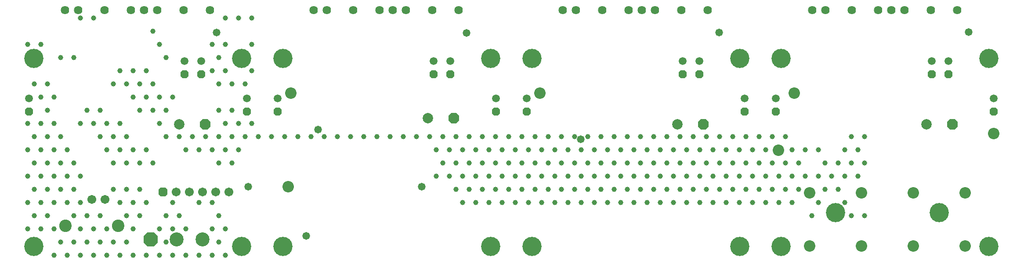
<source format=gbr>
%TF.GenerationSoftware,Altium Limited,Altium Designer,21.6.4 (81)*%
G04 Layer_Color=16711935*
%FSLAX45Y45*%
%MOMM*%
%TF.SameCoordinates,E19561C2-E2DB-472D-B720-4EF24A879867*%
%TF.FilePolarity,Negative*%
%TF.FileFunction,Soldermask,Bot*%
%TF.Part,Single*%
G01*
G75*
%TA.AperFunction,ComponentPad*%
%ADD36C,1.62560*%
%ADD37C,2.20320*%
G04:AMPARAMS|DCode=38|XSize=2.0032mm|YSize=2.0032mm|CornerRadius=0mm|HoleSize=0mm|Usage=FLASHONLY|Rotation=180.000|XOffset=0mm|YOffset=0mm|HoleType=Round|Shape=Octagon|*
%AMOCTAGOND38*
4,1,8,-1.00160,0.50080,-1.00160,-0.50080,-0.50080,-1.00160,0.50080,-1.00160,1.00160,-0.50080,1.00160,0.50080,0.50080,1.00160,-0.50080,1.00160,-1.00160,0.50080,0.0*
%
%ADD38OCTAGOND38*%

%ADD39C,2.00320*%
%ADD40C,1.70320*%
G04:AMPARAMS|DCode=41|XSize=1.7032mm|YSize=1.7032mm|CornerRadius=0mm|HoleSize=0mm|Usage=FLASHONLY|Rotation=180.000|XOffset=0mm|YOffset=0mm|HoleType=Round|Shape=Octagon|*
%AMOCTAGOND41*
4,1,8,-0.85160,0.42580,-0.85160,-0.42580,-0.42580,-0.85160,0.42580,-0.85160,0.85160,-0.42580,0.85160,0.42580,0.42580,0.85160,-0.42580,0.85160,-0.85160,0.42580,0.0*
%
%ADD41OCTAGOND41*%

%ADD42C,2.40320*%
G04:AMPARAMS|DCode=43|XSize=1.5032mm|YSize=1.5032mm|CornerRadius=0mm|HoleSize=0mm|Usage=FLASHONLY|Rotation=270.000|XOffset=0mm|YOffset=0mm|HoleType=Round|Shape=Octagon|*
%AMOCTAGOND43*
4,1,8,-0.37580,-0.75160,0.37580,-0.75160,0.75160,-0.37580,0.75160,0.37580,0.37580,0.75160,-0.37580,0.75160,-0.75160,0.37580,-0.75160,-0.37580,-0.37580,-0.75160,0.0*
%
%ADD43OCTAGOND43*%

%ADD44C,1.50320*%
%ADD45C,3.70320*%
%TA.AperFunction,ViaPad*%
%ADD46C,3.70320*%
%TA.AperFunction,ComponentPad*%
G04:AMPARAMS|DCode=47|XSize=2.7032mm|YSize=2.7032mm|CornerRadius=0mm|HoleSize=0mm|Usage=FLASHONLY|Rotation=0.000|XOffset=0mm|YOffset=0mm|HoleType=Round|Shape=Octagon|*
%AMOCTAGOND47*
4,1,8,1.35160,-0.67580,1.35160,0.67580,0.67580,1.35160,-0.67580,1.35160,-1.35160,0.67580,-1.35160,-0.67580,-0.67580,-1.35160,0.67580,-1.35160,1.35160,-0.67580,0.0*
%
%ADD47OCTAGOND47*%

%ADD48C,2.70320*%
%TA.AperFunction,ViaPad*%
%ADD49C,1.00320*%
%ADD50C,1.47320*%
D36*
X18140680Y-398780D02*
D03*
X17632680D02*
D03*
X17124680D02*
D03*
X16870680D02*
D03*
X16616679D02*
D03*
X16108681D02*
D03*
X15600681D02*
D03*
X15346680D02*
D03*
X13335001D02*
D03*
X12827000D02*
D03*
X12319000D02*
D03*
X12065000D02*
D03*
X11811000D02*
D03*
X11303000D02*
D03*
X10795000D02*
D03*
X10541000D02*
D03*
X3738880D02*
D03*
X3230880D02*
D03*
X2722880D02*
D03*
X2468880D02*
D03*
X2214880D02*
D03*
X1706880D02*
D03*
X1198880D02*
D03*
X944880D02*
D03*
X5737860D02*
D03*
X5991860D02*
D03*
X6499860D02*
D03*
X7007860D02*
D03*
X7261860D02*
D03*
X7515860D02*
D03*
X8023860D02*
D03*
X8531860D02*
D03*
D37*
X14700000Y-3100000D02*
D03*
X15000000Y-2000000D02*
D03*
X18850000Y-2775000D02*
D03*
X10100000Y-2000000D02*
D03*
X5300000D02*
D03*
X18300000Y-3920000D02*
D03*
X17300000D02*
D03*
X18300000Y-4940000D02*
D03*
X17300000D02*
D03*
X16300000Y-3920000D02*
D03*
X15300000D02*
D03*
X16300000Y-4940000D02*
D03*
X15300000D02*
D03*
X5250000Y-3800000D02*
D03*
D38*
X13250000Y-2600000D02*
D03*
X18050000D02*
D03*
X8438960Y-2476500D02*
D03*
X3650000Y-2600000D02*
D03*
D39*
X12750000D02*
D03*
X17550000D02*
D03*
X7938960Y-2476500D02*
D03*
X3150000Y-2600000D02*
D03*
D40*
X4102100Y-3903980D02*
D03*
X3848100D02*
D03*
X3594100D02*
D03*
X3340100D02*
D03*
X3086100D02*
D03*
X1467000Y-4042000D02*
D03*
X1721000D02*
D03*
D41*
X2832100Y-3903980D02*
D03*
D42*
X959000Y-4550000D02*
D03*
X1975000D02*
D03*
D43*
X14650000Y-2354000D02*
D03*
X17650000Y-1629000D02*
D03*
X17975000D02*
D03*
X18850000Y-2354000D02*
D03*
X9850000Y-2354000D02*
D03*
X12850000Y-1629000D02*
D03*
X13175000D02*
D03*
X14050000Y-2354000D02*
D03*
X5050000D02*
D03*
X8050000Y-1629000D02*
D03*
X8375000D02*
D03*
X9250000Y-2354000D02*
D03*
X3250000Y-1629000D02*
D03*
X3575000Y-1629000D02*
D03*
X4450000Y-2354000D02*
D03*
X250000D02*
D03*
D44*
X14650000Y-2100000D02*
D03*
X17650000Y-1375000D02*
D03*
X17975000D02*
D03*
X18850000Y-2100000D02*
D03*
X9850000Y-2100000D02*
D03*
X12850000Y-1375000D02*
D03*
X13175000D02*
D03*
X14050000Y-2100000D02*
D03*
X5050000D02*
D03*
X8050000Y-1375000D02*
D03*
X8375000D02*
D03*
X9250000Y-2100000D02*
D03*
X3250000Y-1375000D02*
D03*
X3575000Y-1375000D02*
D03*
X4450000Y-2100000D02*
D03*
X250000D02*
D03*
D45*
X17800000Y-4300000D02*
D03*
X15800000D02*
D03*
D46*
X18750000Y-1325000D02*
D03*
X14750000D02*
D03*
X13950000Y-1325000D02*
D03*
X9950000D02*
D03*
X9150000D02*
D03*
X5150000D02*
D03*
X4350000Y-1325000D02*
D03*
X18750000Y-4950000D02*
D03*
X4350000D02*
D03*
X14750000Y-4950000D02*
D03*
X5150000Y-4950000D02*
D03*
X9150000D02*
D03*
X350000D02*
D03*
X13950000D02*
D03*
X9950000D02*
D03*
X350000Y-1325000D02*
D03*
D47*
X2597530Y-4814570D02*
D03*
D48*
X3097530D02*
D03*
X3597530D02*
D03*
D49*
X16361000Y-2832000D02*
D03*
X16234000Y-3086000D02*
D03*
X16361000Y-3340000D02*
D03*
X16234000Y-3594000D02*
D03*
X16361000Y-4356000D02*
D03*
X16107001Y-2832000D02*
D03*
X15980000Y-3086000D02*
D03*
X16107001Y-3340000D02*
D03*
X15980000Y-3594000D02*
D03*
Y-4102000D02*
D03*
X16107001Y-4356000D02*
D03*
X15853000Y-3340000D02*
D03*
X15725999Y-3594000D02*
D03*
X15853000Y-3848000D02*
D03*
X15472000Y-3086000D02*
D03*
X15599001Y-3340000D02*
D03*
X15472000Y-3594000D02*
D03*
X15599001Y-3848000D02*
D03*
X15472000Y-4102000D02*
D03*
X15217999Y-3086000D02*
D03*
Y-3594000D02*
D03*
X15345000Y-4356000D02*
D03*
X14964000Y-3086000D02*
D03*
X15091000Y-3340000D02*
D03*
X14964000Y-3594000D02*
D03*
X15091000Y-3848000D02*
D03*
X14964000Y-4102000D02*
D03*
X14837000Y-2832000D02*
D03*
X14710001Y-3086000D02*
D03*
X14837000Y-3340000D02*
D03*
X14710001Y-3594000D02*
D03*
X14837000Y-3848000D02*
D03*
X14710001Y-4102000D02*
D03*
X14583000Y-2832000D02*
D03*
X14456000Y-3086000D02*
D03*
X14583000Y-3340000D02*
D03*
X14456000Y-3594000D02*
D03*
X14583000Y-3848000D02*
D03*
X14456000Y-4102000D02*
D03*
X14328999Y-2832000D02*
D03*
X14202000Y-3086000D02*
D03*
X14328999Y-3340000D02*
D03*
X14202000Y-3594000D02*
D03*
X14328999Y-3848000D02*
D03*
X14202000Y-4102000D02*
D03*
X14075000Y-2832000D02*
D03*
X13948000Y-3086000D02*
D03*
X14075000Y-3340000D02*
D03*
X13948000Y-3594000D02*
D03*
X14075000Y-3848000D02*
D03*
X13948000Y-4102000D02*
D03*
X13821001Y-2832000D02*
D03*
X13694000Y-3086000D02*
D03*
X13821001Y-3340000D02*
D03*
X13694000Y-3594000D02*
D03*
X13821001Y-3848000D02*
D03*
X13694000Y-4102000D02*
D03*
X13567000Y-2832000D02*
D03*
X13439999Y-3086000D02*
D03*
X13567000Y-3340000D02*
D03*
X13439999Y-3594000D02*
D03*
X13567000Y-3848000D02*
D03*
X13439999Y-4102000D02*
D03*
X13313000Y-2832000D02*
D03*
X13186000Y-3086000D02*
D03*
X13313000Y-3340000D02*
D03*
X13186000Y-3594000D02*
D03*
X13313000Y-3848000D02*
D03*
X13186000Y-4102000D02*
D03*
X13059000Y-2832000D02*
D03*
X12932001Y-3086000D02*
D03*
X13059000Y-3340000D02*
D03*
X12932001Y-3594000D02*
D03*
X13059000Y-3848000D02*
D03*
X12932001Y-4102000D02*
D03*
X12805000Y-2832000D02*
D03*
X12678000Y-3086000D02*
D03*
X12805000Y-3340000D02*
D03*
X12678000Y-3594000D02*
D03*
X12805000Y-3848000D02*
D03*
X12678000Y-4102000D02*
D03*
X12551000Y-2832000D02*
D03*
X12424000Y-3086000D02*
D03*
X12551000Y-3340000D02*
D03*
X12424000Y-3594000D02*
D03*
X12551000Y-3848000D02*
D03*
X12424000Y-4102000D02*
D03*
X12297000Y-2832000D02*
D03*
X12170000Y-3086000D02*
D03*
X12297000Y-3340000D02*
D03*
X12170000Y-3594000D02*
D03*
X12297000Y-3848000D02*
D03*
X12170000Y-4102000D02*
D03*
X12043000Y-2832000D02*
D03*
X11916000Y-3086000D02*
D03*
X12043000Y-3340000D02*
D03*
X11916000Y-3594000D02*
D03*
X12043000Y-3848000D02*
D03*
X11916000Y-4102000D02*
D03*
X11789000Y-2832000D02*
D03*
X11662000Y-3086000D02*
D03*
X11789000Y-3340000D02*
D03*
X11662000Y-3594000D02*
D03*
X11789000Y-3848000D02*
D03*
X11662000Y-4102000D02*
D03*
X11535000Y-2832000D02*
D03*
X11408000Y-3086000D02*
D03*
X11535000Y-3340000D02*
D03*
X11408000Y-3594000D02*
D03*
X11535000Y-3848000D02*
D03*
X11408000Y-4102000D02*
D03*
X11281000Y-2832000D02*
D03*
X11154000Y-3086000D02*
D03*
X11281000Y-3340000D02*
D03*
X11154000Y-3594000D02*
D03*
X11281000Y-3848000D02*
D03*
X11154000Y-4102000D02*
D03*
X11027000Y-2832000D02*
D03*
X10900000Y-3086000D02*
D03*
X11027000Y-3340000D02*
D03*
X10900000Y-3594000D02*
D03*
X11027000Y-3848000D02*
D03*
X10900000Y-4102000D02*
D03*
X10773000Y-2832000D02*
D03*
X10646000Y-3086000D02*
D03*
X10773000Y-3340000D02*
D03*
X10646000Y-3594000D02*
D03*
X10773000Y-3848000D02*
D03*
X10646000Y-4102000D02*
D03*
X10519000Y-2832000D02*
D03*
X10392000Y-3086000D02*
D03*
X10519000Y-3340000D02*
D03*
X10392000Y-3594000D02*
D03*
X10519000Y-3848000D02*
D03*
X10392000Y-4102000D02*
D03*
X10265000Y-2832000D02*
D03*
X10138000Y-3086000D02*
D03*
X10265000Y-3340000D02*
D03*
X10138000Y-3594000D02*
D03*
X10265000Y-3848000D02*
D03*
X10138000Y-4102000D02*
D03*
X10011000Y-2832000D02*
D03*
X9884000Y-3086000D02*
D03*
X10011000Y-3340000D02*
D03*
X9884000Y-3594000D02*
D03*
X10011000Y-3848000D02*
D03*
X9884000Y-4102000D02*
D03*
X9757000Y-2832000D02*
D03*
X9630000Y-3086000D02*
D03*
X9757000Y-3340000D02*
D03*
X9630000Y-3594000D02*
D03*
X9757000Y-3848000D02*
D03*
X9630000Y-4102000D02*
D03*
X9503000Y-2832000D02*
D03*
X9376000Y-3086000D02*
D03*
X9503000Y-3340000D02*
D03*
X9376000Y-3594000D02*
D03*
X9503000Y-3848000D02*
D03*
X9376000Y-4102000D02*
D03*
X9249000Y-2832000D02*
D03*
X9122000Y-3086000D02*
D03*
X9249000Y-3340000D02*
D03*
X9122000Y-3594000D02*
D03*
X9249000Y-3848000D02*
D03*
X9122000Y-4102000D02*
D03*
X8995000Y-2832000D02*
D03*
X8868000Y-3086000D02*
D03*
X8995000Y-3340000D02*
D03*
X8868000Y-3594000D02*
D03*
X8995000Y-3848000D02*
D03*
X8868000Y-4102000D02*
D03*
X8741000Y-2832000D02*
D03*
X8614000Y-3086000D02*
D03*
X8741000Y-3340000D02*
D03*
X8614000Y-3594000D02*
D03*
X8741000Y-3848000D02*
D03*
X8614000Y-4102000D02*
D03*
X8487000Y-2832000D02*
D03*
X8360000Y-3086000D02*
D03*
X8487000Y-3340000D02*
D03*
X8360000Y-3594000D02*
D03*
X8487000Y-3848000D02*
D03*
X8233000Y-2832000D02*
D03*
X8106000Y-3086000D02*
D03*
X8233000Y-3340000D02*
D03*
X8106000Y-3594000D02*
D03*
X7979000Y-2832000D02*
D03*
X7725000D02*
D03*
X7471000D02*
D03*
X7217000D02*
D03*
X6963000D02*
D03*
X6709000D02*
D03*
X6455000D02*
D03*
X6201000D02*
D03*
X5947000D02*
D03*
X5693000D02*
D03*
X5439000D02*
D03*
X5185000D02*
D03*
X4931000D02*
D03*
X4550000Y-546000D02*
D03*
Y-1054000D02*
D03*
Y-1562000D02*
D03*
Y-2578000D02*
D03*
X4677000Y-2832000D02*
D03*
X4296000Y-546000D02*
D03*
X4423000Y-1816000D02*
D03*
X4296000Y-2578000D02*
D03*
X4423000Y-2832000D02*
D03*
X4296000Y-3086000D02*
D03*
X4042000Y-546000D02*
D03*
Y-1054000D02*
D03*
Y-1562000D02*
D03*
X4169000Y-1816000D02*
D03*
Y-2324000D02*
D03*
X4042000Y-2578000D02*
D03*
X4169000Y-2832000D02*
D03*
X4042000Y-3086000D02*
D03*
X4169000Y-3340000D02*
D03*
X4042000Y-4610000D02*
D03*
Y-5118000D02*
D03*
X3788000Y-1054000D02*
D03*
X3915000Y-1308000D02*
D03*
X3788000Y-1562000D02*
D03*
X3915000Y-1816000D02*
D03*
Y-2324000D02*
D03*
Y-2832000D02*
D03*
X3788000Y-3086000D02*
D03*
X3915000Y-3340000D02*
D03*
X3788000Y-4102000D02*
D03*
X3915000Y-4356000D02*
D03*
X3788000Y-4610000D02*
D03*
X3915000Y-4864000D02*
D03*
X3788000Y-5118000D02*
D03*
X3661000Y-2832000D02*
D03*
X3534000Y-3086000D02*
D03*
Y-4102000D02*
D03*
Y-5118000D02*
D03*
X3407000Y-2832000D02*
D03*
X3280000Y-3086000D02*
D03*
Y-4610000D02*
D03*
Y-5118000D02*
D03*
X3026000Y-2070000D02*
D03*
X3153000Y-2832000D02*
D03*
X3026000Y-4102000D02*
D03*
X3153000Y-4356000D02*
D03*
X3026000Y-4610000D02*
D03*
Y-5118000D02*
D03*
X2772000Y-1054000D02*
D03*
X2899000Y-1308000D02*
D03*
X2772000Y-2070000D02*
D03*
X2899000Y-2324000D02*
D03*
X2772000Y-2578000D02*
D03*
X2899000Y-2832000D02*
D03*
Y-4356000D02*
D03*
X2772000Y-4610000D02*
D03*
X2899000Y-4864000D02*
D03*
X2772000Y-5118000D02*
D03*
X2645000Y-800000D02*
D03*
X2518000Y-1562000D02*
D03*
X2645000Y-1816000D02*
D03*
X2518000Y-2070000D02*
D03*
X2645000Y-2324000D02*
D03*
X2518000Y-3086000D02*
D03*
X2645000Y-3340000D02*
D03*
X2518000Y-4102000D02*
D03*
Y-5118000D02*
D03*
X2264000Y-1562000D02*
D03*
X2391000Y-1816000D02*
D03*
X2264000Y-2070000D02*
D03*
X2391000Y-2324000D02*
D03*
X2264000Y-3086000D02*
D03*
X2391000Y-3340000D02*
D03*
Y-3848000D02*
D03*
X2264000Y-4102000D02*
D03*
X2391000Y-4356000D02*
D03*
X2264000Y-4610000D02*
D03*
Y-5118000D02*
D03*
X2010000Y-1562000D02*
D03*
X2137000Y-1816000D02*
D03*
X2010000Y-2578000D02*
D03*
X2137000Y-2832000D02*
D03*
X2010000Y-3086000D02*
D03*
X2137000Y-3340000D02*
D03*
Y-3848000D02*
D03*
X2010000Y-4102000D02*
D03*
X2137000Y-4356000D02*
D03*
Y-4864000D02*
D03*
X2010000Y-5118000D02*
D03*
X1883000Y-1816000D02*
D03*
X1756000Y-2578000D02*
D03*
X1883000Y-2832000D02*
D03*
X1756000Y-3086000D02*
D03*
X1883000Y-3340000D02*
D03*
Y-3848000D02*
D03*
X1756000Y-4610000D02*
D03*
X1883000Y-4864000D02*
D03*
X1756000Y-5118000D02*
D03*
X1502000Y-546000D02*
D03*
X1629000Y-2324000D02*
D03*
X1502000Y-2578000D02*
D03*
X1629000Y-2832000D02*
D03*
Y-4356000D02*
D03*
X1502000Y-4610000D02*
D03*
X1629000Y-4864000D02*
D03*
X1502000Y-5118000D02*
D03*
X1248000Y-546000D02*
D03*
X1375000Y-2324000D02*
D03*
X1248000Y-2578000D02*
D03*
Y-3594000D02*
D03*
Y-4102000D02*
D03*
X1375000Y-4356000D02*
D03*
X1248000Y-4610000D02*
D03*
X1375000Y-4864000D02*
D03*
X1248000Y-5118000D02*
D03*
X1121000Y-1308000D02*
D03*
X994000Y-3086000D02*
D03*
X1121000Y-3340000D02*
D03*
X994000Y-3594000D02*
D03*
X1121000Y-3848000D02*
D03*
X994000Y-4102000D02*
D03*
X1121000Y-4356000D02*
D03*
Y-4864000D02*
D03*
X994000Y-5118000D02*
D03*
X867000Y-1308000D02*
D03*
X740000Y-2070000D02*
D03*
Y-2578000D02*
D03*
X867000Y-2832000D02*
D03*
X740000Y-3086000D02*
D03*
X867000Y-3340000D02*
D03*
X740000Y-3594000D02*
D03*
X867000Y-3848000D02*
D03*
X740000Y-4102000D02*
D03*
Y-4610000D02*
D03*
X867000Y-4864000D02*
D03*
X740000Y-5118000D02*
D03*
X486000Y-1054000D02*
D03*
X613000Y-1816000D02*
D03*
X486000Y-2070000D02*
D03*
X613000Y-2324000D02*
D03*
X486000Y-2578000D02*
D03*
X613000Y-2832000D02*
D03*
X486000Y-3086000D02*
D03*
X613000Y-3340000D02*
D03*
X486000Y-3594000D02*
D03*
X613000Y-3848000D02*
D03*
X486000Y-4102000D02*
D03*
X613000Y-4356000D02*
D03*
X486000Y-4610000D02*
D03*
X232000Y-1054000D02*
D03*
X359000Y-1816000D02*
D03*
X232000Y-2578000D02*
D03*
X359000Y-2832000D02*
D03*
X232000Y-3086000D02*
D03*
X359000Y-3340000D02*
D03*
X232000Y-3594000D02*
D03*
X359000Y-3848000D02*
D03*
X232000Y-4102000D02*
D03*
X359000Y-4356000D02*
D03*
X232000Y-4610000D02*
D03*
D50*
X13550861Y-828040D02*
D03*
X7825000Y-3800000D02*
D03*
X5600000Y-4750000D02*
D03*
X4475000Y-3800000D02*
D03*
X10883900Y-2882900D02*
D03*
X5821680Y-2702560D02*
D03*
X18366701Y-822920D02*
D03*
X8684220Y-835660D02*
D03*
X3865840Y-830580D02*
D03*
%TF.MD5,d1141ddea1bd6c0d76f68d0c154ed937*%
M02*

</source>
